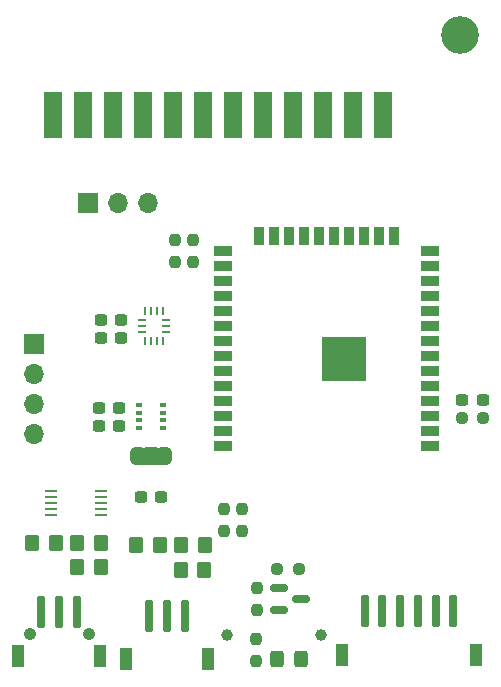
<source format=gts>
%TF.GenerationSoftware,KiCad,Pcbnew,9.0.0-9.0.0-2~ubuntu24.04.1*%
%TF.CreationDate,2025-03-07T10:50:57+01:00*%
%TF.ProjectId,SensorBoard,53656e73-6f72-4426-9f61-72642e6b6963,rev?*%
%TF.SameCoordinates,Original*%
%TF.FileFunction,Soldermask,Top*%
%TF.FilePolarity,Negative*%
%FSLAX46Y46*%
G04 Gerber Fmt 4.6, Leading zero omitted, Abs format (unit mm)*
G04 Created by KiCad (PCBNEW 9.0.0-9.0.0-2~ubuntu24.04.1) date 2025-03-07 10:50:57*
%MOMM*%
%LPD*%
G01*
G04 APERTURE LIST*
G04 Aperture macros list*
%AMRoundRect*
0 Rectangle with rounded corners*
0 $1 Rounding radius*
0 $2 $3 $4 $5 $6 $7 $8 $9 X,Y pos of 4 corners*
0 Add a 4 corners polygon primitive as box body*
4,1,4,$2,$3,$4,$5,$6,$7,$8,$9,$2,$3,0*
0 Add four circle primitives for the rounded corners*
1,1,$1+$1,$2,$3*
1,1,$1+$1,$4,$5*
1,1,$1+$1,$6,$7*
1,1,$1+$1,$8,$9*
0 Add four rect primitives between the rounded corners*
20,1,$1+$1,$2,$3,$4,$5,0*
20,1,$1+$1,$4,$5,$6,$7,0*
20,1,$1+$1,$6,$7,$8,$9,0*
20,1,$1+$1,$8,$9,$2,$3,0*%
%AMFreePoly0*
4,1,23,0.550000,-0.750000,0.000000,-0.750000,0.000000,-0.745722,-0.065263,-0.745722,-0.191342,-0.711940,-0.304381,-0.646677,-0.396677,-0.554381,-0.461940,-0.441342,-0.495722,-0.315263,-0.495722,-0.250000,-0.500000,-0.250000,-0.500000,0.250000,-0.495722,0.250000,-0.495722,0.315263,-0.461940,0.441342,-0.396677,0.554381,-0.304381,0.646677,-0.191342,0.711940,-0.065263,0.745722,0.000000,0.745722,
0.000000,0.750000,0.550000,0.750000,0.550000,-0.750000,0.550000,-0.750000,$1*%
%AMFreePoly1*
4,1,23,0.000000,0.745722,0.065263,0.745722,0.191342,0.711940,0.304381,0.646677,0.396677,0.554381,0.461940,0.441342,0.495722,0.315263,0.495722,0.250000,0.500000,0.250000,0.500000,-0.250000,0.495722,-0.250000,0.495722,-0.315263,0.461940,-0.441342,0.396677,-0.554381,0.304381,-0.646677,0.191342,-0.711940,0.065263,-0.745722,0.000000,-0.745722,0.000000,-0.750000,-0.550000,-0.750000,
-0.550000,0.750000,0.000000,0.750000,0.000000,0.745722,0.000000,0.745722,$1*%
G04 Aperture macros list end*
%ADD10FreePoly0,0.000000*%
%ADD11R,1.000000X1.500000*%
%ADD12FreePoly1,0.000000*%
%ADD13RoundRect,0.237500X0.300000X0.237500X-0.300000X0.237500X-0.300000X-0.237500X0.300000X-0.237500X0*%
%ADD14R,1.500000X0.900000*%
%ADD15R,0.900000X1.500000*%
%ADD16C,0.600000*%
%ADD17R,3.800000X3.800000*%
%ADD18RoundRect,0.237500X-0.300000X-0.237500X0.300000X-0.237500X0.300000X0.237500X-0.300000X0.237500X0*%
%ADD19RoundRect,0.175000X-0.175000X-1.175000X0.175000X-1.175000X0.175000X1.175000X-0.175000X1.175000X0*%
%ADD20RoundRect,0.250000X-0.300000X-0.700000X0.300000X-0.700000X0.300000X0.700000X-0.300000X0.700000X0*%
%ADD21RoundRect,0.250000X0.350000X0.450000X-0.350000X0.450000X-0.350000X-0.450000X0.350000X-0.450000X0*%
%ADD22RoundRect,0.237500X-0.237500X0.250000X-0.237500X-0.250000X0.237500X-0.250000X0.237500X0.250000X0*%
%ADD23C,3.200000*%
%ADD24R,1.700000X1.700000*%
%ADD25O,1.700000X1.700000*%
%ADD26R,1.100000X0.250000*%
%ADD27RoundRect,0.237500X0.237500X-0.250000X0.237500X0.250000X-0.237500X0.250000X-0.237500X-0.250000X0*%
%ADD28R,0.250000X0.675000*%
%ADD29R,0.675000X0.250000*%
%ADD30RoundRect,0.237500X-0.250000X-0.237500X0.250000X-0.237500X0.250000X0.237500X-0.250000X0.237500X0*%
%ADD31RoundRect,0.150000X-0.587500X-0.150000X0.587500X-0.150000X0.587500X0.150000X-0.587500X0.150000X0*%
%ADD32RoundRect,0.250000X0.325000X0.450000X-0.325000X0.450000X-0.325000X-0.450000X0.325000X-0.450000X0*%
%ADD33R,1.500000X4.000000*%
%ADD34R,0.500000X0.350000*%
%ADD35C,1.050000*%
%ADD36C,1.000000*%
G04 APERTURE END LIST*
G36*
X156820000Y-121020000D02*
G01*
X158320000Y-121020000D01*
X158320000Y-122520000D01*
X156820000Y-122520000D01*
X156820000Y-121020000D01*
G37*
D10*
X156270000Y-121770000D03*
D11*
X157570000Y-121770000D03*
D12*
X158870000Y-121770000D03*
D13*
X185657500Y-116970000D03*
X183932500Y-116970000D03*
D14*
X181183000Y-120896000D03*
X181183000Y-119626000D03*
X181183000Y-118356000D03*
X181183000Y-117086000D03*
X181183000Y-115816000D03*
X181183000Y-114546000D03*
X181183000Y-113276000D03*
X181183000Y-112006000D03*
X181183000Y-110736000D03*
X181183000Y-109466000D03*
X181183000Y-108196000D03*
X181183000Y-106926000D03*
X181183000Y-105656000D03*
X181183000Y-104386000D03*
D15*
X178148000Y-103136000D03*
X176878000Y-103136000D03*
X175608000Y-103136000D03*
X174338000Y-103136000D03*
X173068000Y-103136000D03*
X171798000Y-103136000D03*
X170528000Y-103136000D03*
X169258000Y-103136000D03*
X167988000Y-103136000D03*
X166718000Y-103136000D03*
D14*
X163683000Y-104386000D03*
X163683000Y-105656000D03*
X163683000Y-106926000D03*
X163683000Y-108196000D03*
X163683000Y-109466000D03*
X163683000Y-110736000D03*
X163683000Y-112006000D03*
X163683000Y-113276000D03*
X163683000Y-114546000D03*
X163683000Y-115816000D03*
X163683000Y-117086000D03*
X163683000Y-118356000D03*
X163683000Y-119626000D03*
X163683000Y-120896000D03*
D16*
X175333000Y-114256000D03*
X175333000Y-112856000D03*
X174633000Y-114956000D03*
X174633000Y-113556000D03*
X174633000Y-112156000D03*
X173933000Y-114256000D03*
D17*
X173933000Y-113556000D03*
D16*
X173933000Y-112856000D03*
X173233000Y-114956000D03*
X173233000Y-113556000D03*
X173233000Y-112156000D03*
X172533000Y-114256000D03*
X172533000Y-112856000D03*
D13*
X155029500Y-111767500D03*
X153304500Y-111767500D03*
D18*
X156698500Y-125214000D03*
X158423500Y-125214000D03*
D19*
X175667000Y-134866000D03*
X177167000Y-134866000D03*
X178667000Y-134866000D03*
X180167000Y-134866000D03*
X181667000Y-134866000D03*
X183167000Y-134866000D03*
D20*
X173717000Y-138566000D03*
X185117000Y-138566000D03*
D21*
X162085000Y-131368000D03*
X160085000Y-131368000D03*
D13*
X154876500Y-119230000D03*
X153151500Y-119230000D03*
D22*
X165308000Y-126230000D03*
X165308000Y-128055000D03*
D23*
X183700800Y-86070000D03*
D24*
X152227000Y-100322000D03*
D25*
X154767000Y-100322000D03*
X157307000Y-100322000D03*
D26*
X149061000Y-124722000D03*
X149061000Y-125222000D03*
X149061000Y-125722000D03*
X149061000Y-126222000D03*
X149061000Y-126722000D03*
X153361000Y-126722000D03*
X153361000Y-126222000D03*
X153361000Y-125722000D03*
X153361000Y-125222000D03*
X153361000Y-124722000D03*
D27*
X166529500Y-134762500D03*
X166529500Y-132937500D03*
D28*
X158565000Y-109481000D03*
X158065000Y-109481000D03*
X157565000Y-109481000D03*
X157065000Y-109481000D03*
D29*
X156802500Y-110243500D03*
X156802500Y-110743500D03*
X156802500Y-111243500D03*
D28*
X157065000Y-112006000D03*
X157565000Y-112006000D03*
X158065000Y-112006000D03*
X158565000Y-112006000D03*
D29*
X158827500Y-111243500D03*
X158827500Y-110743500D03*
X158827500Y-110243500D03*
D19*
X157437000Y-135256000D03*
X158937000Y-135256000D03*
X160437000Y-135256000D03*
D20*
X155487000Y-138956000D03*
X162387000Y-138956000D03*
D27*
X166451000Y-139080500D03*
X166451000Y-137255500D03*
D30*
X168260500Y-131310000D03*
X170085500Y-131310000D03*
D21*
X153293000Y-131166000D03*
X151293000Y-131166000D03*
X153293000Y-129134000D03*
X151293000Y-129134000D03*
X162101000Y-129278000D03*
X160101000Y-129278000D03*
D22*
X163784000Y-126230000D03*
X163784000Y-128055000D03*
D13*
X155029500Y-110243500D03*
X153304500Y-110243500D03*
D31*
X168386000Y-132900000D03*
X168386000Y-134800000D03*
X170261000Y-133850000D03*
D30*
X183882500Y-118483000D03*
X185707500Y-118483000D03*
D32*
X170270000Y-138930000D03*
X168220000Y-138930000D03*
D22*
X161117000Y-103473500D03*
X161117000Y-105298500D03*
X159593000Y-103450000D03*
X159593000Y-105275000D03*
D21*
X149483000Y-129134000D03*
X147483000Y-129134000D03*
D13*
X154876500Y-117706000D03*
X153151500Y-117706000D03*
D33*
X149305000Y-92870000D03*
X151845000Y-92870000D03*
X154385000Y-92870000D03*
X156925000Y-92870000D03*
X159465000Y-92870000D03*
X162005000Y-92870000D03*
X164545000Y-92870000D03*
X167085000Y-92870000D03*
X169625000Y-92870000D03*
X172165000Y-92870000D03*
X174705000Y-92870000D03*
X177245000Y-92870000D03*
D34*
X158595000Y-117422000D03*
X158595000Y-118072000D03*
X158595000Y-118722000D03*
X158595000Y-119372000D03*
X156545000Y-119372000D03*
X156545000Y-118722000D03*
X156545000Y-118072000D03*
X156545000Y-117422000D03*
D19*
X148293000Y-134976000D03*
X149793000Y-134976000D03*
X151293000Y-134976000D03*
D20*
X146343000Y-138676000D03*
X153243000Y-138676000D03*
D21*
X158291000Y-129278000D03*
X156291000Y-129278000D03*
D35*
X147296982Y-136783025D03*
X152296982Y-136783025D03*
D24*
X147655000Y-112270000D03*
D25*
X147655000Y-114810000D03*
X147655000Y-117350000D03*
X147655000Y-119890000D03*
D36*
X171943000Y-136930000D03*
X163963000Y-136930000D03*
M02*

</source>
